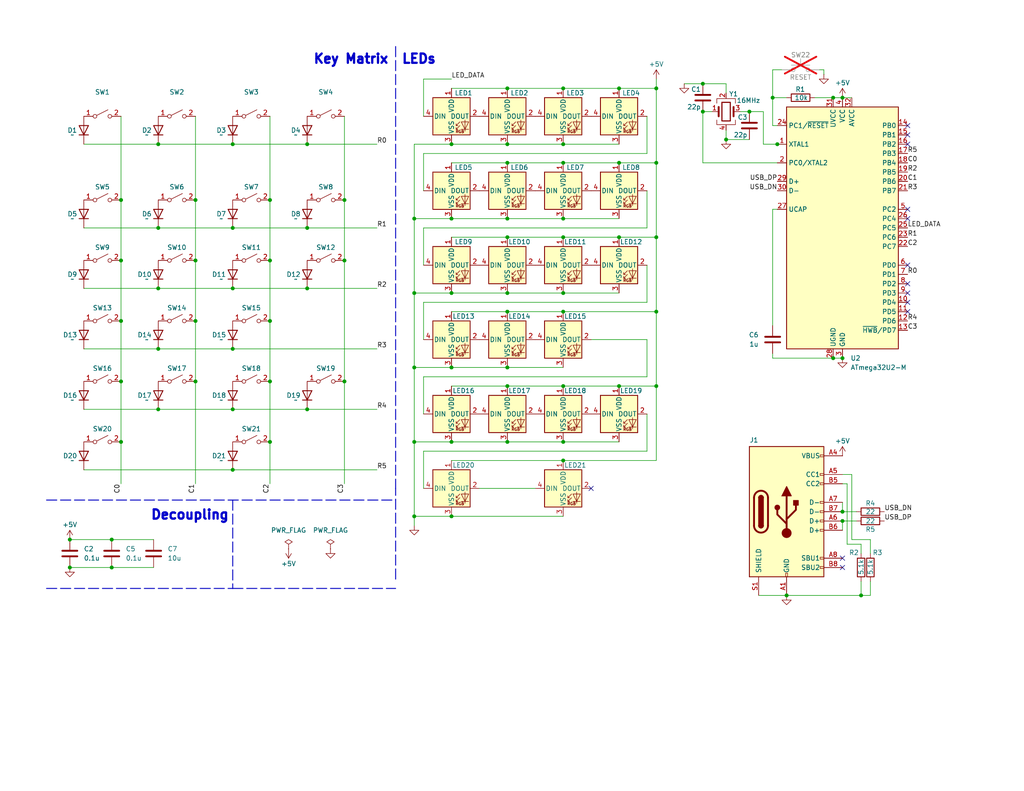
<source format=kicad_sch>
(kicad_sch (version 20231120) (generator "eeschema") (generator_version "8.0")
  (paper "USLetter")
  (title_block (title "KiPad") (date "2024-07-30") (rev "3.1") (company "Mechanical & Electrical Industry Research Labs") (comment 1 "Brian Hong"))
  (junction (at 168.91 44.45))
  (junction (at 53.34 104.14))
  (junction (at 113.03 80.01))
  (junction (at 153.67 64.77))
  (junction (at 30.48 154.94) (diameter 0.9144))
  (junction (at 153.67 125.73))
  (junction (at 153.67 85.09))
  (junction (at 153.67 44.45))
  (junction (at 153.67 120.65))
  (junction (at 53.34 87.63))
  (junction (at 19.05 154.94))
  (junction (at 93.98 104.14))
  (junction (at 234.95 162.56))
  (junction (at 138.43 85.09))
  (junction (at 93.98 71.12))
  (junction (at 168.91 64.77))
  (junction (at 210.82 26.67))
  (junction (at 191.77 22.86))
  (junction (at 179.07 24.13))
  (junction (at 138.43 105.41))
  (junction (at 33.02 120.65))
  (junction (at 123.19 140.97))
  (junction (at 138.43 59.69))
  (junction (at 73.66 71.12))
  (junction (at 73.66 104.14))
  (junction (at 138.43 64.77))
  (junction (at 229.87 142.24))
  (junction (at 83.82 78.74))
  (junction (at 204.47 30.48))
  (junction (at 53.34 54.61))
  (junction (at 83.82 39.37))
  (junction (at 123.19 120.65))
  (junction (at 168.91 24.13))
  (junction (at 153.67 80.01))
  (junction (at 63.5 111.76))
  (junction (at 153.67 59.69))
  (junction (at 227.33 97.79))
  (junction (at 198.12 38.1))
  (junction (at 43.18 111.76))
  (junction (at 179.07 44.45))
  (junction (at 83.82 62.23))
  (junction (at 138.43 44.45))
  (junction (at 212.09 39.37))
  (junction (at 33.02 54.61))
  (junction (at 123.19 100.33))
  (junction (at 113.03 120.65))
  (junction (at 229.87 97.79))
  (junction (at 30.48 147.32) (diameter 0.9144))
  (junction (at 73.66 87.63))
  (junction (at 43.18 78.74))
  (junction (at 19.05 147.32))
  (junction (at 229.87 26.67))
  (junction (at 153.67 105.41))
  (junction (at 153.67 24.13))
  (junction (at 83.82 111.76))
  (junction (at 138.43 24.13))
  (junction (at 138.43 120.65))
  (junction (at 179.07 105.41))
  (junction (at 73.66 120.65))
  (junction (at 43.18 95.25))
  (junction (at 123.19 39.37))
  (junction (at 214.63 162.56))
  (junction (at 191.77 30.48))
  (junction (at 63.5 39.37))
  (junction (at 227.33 26.67))
  (junction (at 229.87 139.7))
  (junction (at 153.67 39.37))
  (junction (at 33.02 104.14))
  (junction (at 179.07 85.09))
  (junction (at 123.19 59.69))
  (junction (at 138.43 100.33))
  (junction (at 113.03 59.69))
  (junction (at 138.43 80.01))
  (junction (at 179.07 64.77))
  (junction (at 53.34 71.12))
  (junction (at 43.18 62.23))
  (junction (at 138.43 39.37))
  (junction (at 63.5 62.23))
  (junction (at 63.5 78.74))
  (junction (at 43.18 39.37))
  (junction (at 93.98 54.61))
  (junction (at 73.66 54.61))
  (junction (at 33.02 87.63))
  (junction (at 168.91 105.41))
  (junction (at 113.03 100.33))
  (junction (at 63.5 128.27))
  (junction (at 113.03 140.97))
  (junction (at 123.19 80.01))
  (junction (at 33.02 71.12))
  (junction (at 63.5 95.25))
  (no_connect (at 247.65 36.83))
  (no_connect (at 247.65 77.47))
  (no_connect (at 229.87 152.4))
  (no_connect (at 247.65 82.55))
  (no_connect (at 247.65 85.09))
  (no_connect (at 247.65 39.37))
  (no_connect (at 247.65 34.29))
  (no_connect (at 247.65 80.01))
  (no_connect (at 247.65 59.69))
  (no_connect (at 247.65 72.39))
  (no_connect (at 161.29 133.35))
  (no_connect (at 229.87 154.94))
  (no_connect (at 247.65 57.15))
  (wire (pts (xy 83.82 78.74) (xy 102.87 78.74)))
  (wire (pts (xy 63.5 39.37) (xy 83.82 39.37)))
  (wire (pts (xy 176.53 92.71) (xy 176.53 102.87)))
  (wire (pts (xy 176.53 72.39) (xy 176.53 82.55)))
  (wire (pts (xy 115.57 21.59) (xy 123.19 21.59)))
  (wire (pts (xy 73.66 104.14) (xy 73.66 120.65)))
  (wire (pts (xy 210.82 26.67) (xy 210.82 34.29)))
  (wire (pts (xy 179.07 21.59) (xy 179.07 24.13)))
  (wire (pts (xy 153.67 59.69) (xy 138.43 59.69)))
  (wire (pts (xy 138.43 59.69) (xy 123.19 59.69)))
  (wire (pts (xy 138.43 64.77) (xy 153.67 64.77)))
  (wire (pts (xy 63.5 111.76) (xy 83.82 111.76)))
  (wire (pts (xy 231.14 148.59) (xy 231.14 132.08)))
  (wire (pts (xy 212.09 57.15) (xy 210.82 57.15)))
  (polyline (pts (xy 12.7 160.655) (xy 63.5 160.655)) (stroke (width 0.254) (type dash)))
  (wire (pts (xy 207.01 162.56) (xy 214.63 162.56)))
  (wire (pts (xy 30.48 147.32) (xy 41.91 147.32)))
  (wire (pts (xy 123.19 140.97) (xy 153.67 140.97)))
  (wire (pts (xy 229.87 26.67) (xy 232.41 26.67)))
  (wire (pts (xy 138.43 120.65) (xy 123.19 120.65)))
  (wire (pts (xy 234.95 158.75) (xy 234.95 162.56)))
  (wire (pts (xy 168.91 105.41) (xy 179.07 105.41)))
  (wire (pts (xy 113.03 100.33) (xy 113.03 120.65)))
  (wire (pts (xy 176.53 31.75) (xy 176.53 41.91)))
  (wire (pts (xy 168.91 59.69) (xy 153.67 59.69)))
  (wire (pts (xy 73.66 87.63) (xy 73.66 104.14)))
  (wire (pts (xy 53.34 31.75) (xy 53.34 54.61)))
  (wire (pts (xy 43.18 62.23) (xy 63.5 62.23)))
  (wire (pts (xy 186.69 22.86) (xy 191.77 22.86)))
  (wire (pts (xy 93.98 31.75) (xy 93.98 54.61)))
  (wire (pts (xy 198.12 22.86) (xy 198.12 25.4)))
  (wire (pts (xy 153.67 39.37) (xy 138.43 39.37)))
  (wire (pts (xy 210.82 97.79) (xy 227.33 97.79)))
  (wire (pts (xy 22.86 111.76) (xy 43.18 111.76)))
  (wire (pts (xy 191.77 44.45) (xy 212.09 44.45)))
  (wire (pts (xy 123.19 80.01) (xy 113.03 80.01)))
  (wire (pts (xy 113.03 140.97) (xy 123.19 140.97)))
  (wire (pts (xy 93.98 104.14) (xy 93.98 132.08)))
  (wire (pts (xy 210.82 57.15) (xy 210.82 88.9)))
  (wire (pts (xy 237.49 147.32) (xy 232.41 147.32)))
  (wire (pts (xy 179.07 85.09) (xy 179.07 105.41)))
  (wire (pts (xy 63.5 62.23) (xy 83.82 62.23)))
  (wire (pts (xy 123.19 100.33) (xy 113.03 100.33)))
  (wire (pts (xy 123.19 105.41) (xy 138.43 105.41)))
  (wire (pts (xy 33.02 104.14) (xy 33.02 120.65)))
  (wire (pts (xy 198.12 22.86) (xy 191.77 22.86)))
  (wire (pts (xy 237.49 147.32) (xy 237.49 151.13)))
  (wire (pts (xy 43.18 78.74) (xy 63.5 78.74)))
  (wire (pts (xy 123.19 120.65) (xy 113.03 120.65)))
  (wire (pts (xy 22.86 62.23) (xy 43.18 62.23)))
  (wire (pts (xy 138.43 85.09) (xy 153.67 85.09)))
  (wire (pts (xy 93.98 54.61) (xy 93.98 71.12)))
  (wire (pts (xy 224.79 20.32) (xy 224.79 19.05)))
  (wire (pts (xy 115.57 41.91) (xy 115.57 52.07)))
  (wire (pts (xy 138.43 105.41) (xy 153.67 105.41)))
  (wire (pts (xy 63.5 78.74) (xy 83.82 78.74)))
  (wire (pts (xy 231.14 132.08) (xy 229.87 132.08)))
  (wire (pts (xy 176.53 52.07) (xy 176.53 62.23)))
  (wire (pts (xy 153.67 85.09) (xy 179.07 85.09)))
  (wire (pts (xy 214.63 162.56) (xy 234.95 162.56)))
  (wire (pts (xy 229.87 137.16) (xy 229.87 139.7)))
  (wire (pts (xy 113.03 59.69) (xy 113.03 80.01)))
  (wire (pts (xy 43.18 95.25) (xy 63.5 95.25)))
  (wire (pts (xy 153.67 44.45) (xy 168.91 44.45)))
  (wire (pts (xy 161.29 92.71) (xy 176.53 92.71)))
  (wire (pts (xy 229.87 142.24) (xy 229.87 144.78)))
  (polyline (pts (xy 63.5 160.655) (xy 107.95 160.655)) (stroke (width 0.254) (type dash)))
  (wire (pts (xy 138.43 44.45) (xy 153.67 44.45)))
  (wire (pts (xy 19.05 154.94) (xy 30.48 154.94)))
  (wire (pts (xy 113.03 80.01) (xy 113.03 100.33)))
  (wire (pts (xy 43.18 111.76) (xy 63.5 111.76)))
  (wire (pts (xy 179.07 44.45) (xy 179.07 64.77)))
  (wire (pts (xy 229.87 142.24) (xy 233.68 142.24)))
  (wire (pts (xy 93.98 71.12) (xy 93.98 104.14)))
  (wire (pts (xy 22.86 78.74) (xy 43.18 78.74)))
  (wire (pts (xy 53.34 54.61) (xy 53.34 71.12)))
  (wire (pts (xy 113.03 140.97) (xy 113.03 143.51)))
  (wire (pts (xy 138.43 100.33) (xy 123.19 100.33)))
  (wire (pts (xy 43.18 39.37) (xy 63.5 39.37)))
  (wire (pts (xy 176.53 62.23) (xy 115.57 62.23)))
  (wire (pts (xy 53.34 87.63) (xy 53.34 104.14)))
  (polyline (pts (xy 107.95 12.7) (xy 107.95 133.35)) (stroke (width 0.254) (type dash)))
  (wire (pts (xy 73.66 54.61) (xy 73.66 71.12)))
  (wire (pts (xy 224.79 19.05) (xy 223.52 19.05)))
  (wire (pts (xy 213.36 19.05) (xy 210.82 19.05)))
  (wire (pts (xy 33.02 87.63) (xy 33.02 104.14)))
  (wire (pts (xy 123.19 44.45) (xy 138.43 44.45)))
  (wire (pts (xy 234.95 151.13) (xy 234.95 148.59)))
  (wire (pts (xy 237.49 158.75) (xy 237.49 162.56)))
  (wire (pts (xy 53.34 104.14) (xy 53.34 132.08)))
  (wire (pts (xy 176.53 102.87) (xy 115.57 102.87)))
  (wire (pts (xy 73.66 120.65) (xy 73.66 132.08)))
  (wire (pts (xy 115.57 123.19) (xy 176.53 123.19)))
  (wire (pts (xy 153.67 100.33) (xy 138.43 100.33)))
  (wire (pts (xy 237.49 162.56) (xy 234.95 162.56)))
  (wire (pts (xy 153.67 120.65) (xy 138.43 120.65)))
  (wire (pts (xy 83.82 111.76) (xy 102.87 111.76)))
  (wire (pts (xy 115.57 123.19) (xy 115.57 133.35)))
  (wire (pts (xy 123.19 125.73) (xy 153.67 125.73)))
  (wire (pts (xy 153.67 64.77) (xy 168.91 64.77)))
  (wire (pts (xy 115.57 82.55) (xy 115.57 92.71)))
  (wire (pts (xy 123.19 24.13) (xy 138.43 24.13)))
  (polyline (pts (xy 63.5 136.525) (xy 63.5 160.655)) (stroke (width 0.254) (type dash)))
  (wire (pts (xy 22.86 39.37) (xy 43.18 39.37)))
  (wire (pts (xy 179.07 24.13) (xy 179.07 44.45)))
  (wire (pts (xy 176.53 113.03) (xy 176.53 123.19)))
  (wire (pts (xy 115.57 102.87) (xy 115.57 113.03)))
  (wire (pts (xy 191.77 30.48) (xy 191.77 44.45)))
  (wire (pts (xy 123.19 59.69) (xy 113.03 59.69)))
  (wire (pts (xy 179.07 64.77) (xy 179.07 85.09)))
  (wire (pts (xy 198.12 38.1) (xy 204.47 38.1)))
  (wire (pts (xy 33.02 54.61) (xy 33.02 71.12)))
  (wire (pts (xy 138.43 39.37) (xy 123.19 39.37)))
  (wire (pts (xy 22.86 95.25) (xy 43.18 95.25)))
  (wire (pts (xy 123.19 39.37) (xy 113.03 39.37)))
  (wire (pts (xy 227.33 97.79) (xy 229.87 97.79)))
  (polyline (pts (xy 12.7 136.525) (xy 107.95 136.525)) (stroke (width 0.254) (type dash)))
  (wire (pts (xy 63.5 95.25) (xy 102.87 95.25)))
  (wire (pts (xy 168.91 64.77) (xy 179.07 64.77)))
  (wire (pts (xy 53.34 71.12) (xy 53.34 87.63)))
  (wire (pts (xy 33.02 71.12) (xy 33.02 87.63)))
  (wire (pts (xy 210.82 19.05) (xy 210.82 26.67)))
  (wire (pts (xy 19.05 147.32) (xy 30.48 147.32)))
  (wire (pts (xy 115.57 82.55) (xy 176.53 82.55)))
  (wire (pts (xy 138.43 24.13) (xy 153.67 24.13)))
  (wire (pts (xy 208.28 39.37) (xy 212.09 39.37)))
  (wire (pts (xy 113.03 39.37) (xy 113.03 59.69)))
  (wire (pts (xy 115.57 41.91) (xy 176.53 41.91)))
  (wire (pts (xy 179.07 105.41) (xy 179.07 125.73)))
  (wire (pts (xy 138.43 80.01) (xy 123.19 80.01)))
  (wire (pts (xy 208.28 30.48) (xy 208.28 39.37)))
  (wire (pts (xy 83.82 62.23) (xy 102.87 62.23)))
  (wire (pts (xy 168.91 120.65) (xy 153.67 120.65)))
  (wire (pts (xy 210.82 26.67) (xy 214.63 26.67)))
  (wire (pts (xy 130.81 133.35) (xy 146.05 133.35)))
  (wire (pts (xy 113.03 120.65) (xy 113.03 140.97)))
  (wire (pts (xy 210.82 34.29) (xy 212.09 34.29)))
  (wire (pts (xy 73.66 71.12) (xy 73.66 87.63)))
  (wire (pts (xy 168.91 44.45) (xy 179.07 44.45)))
  (wire (pts (xy 153.67 125.73) (xy 179.07 125.73)))
  (wire (pts (xy 191.77 30.48) (xy 194.31 30.48)))
  (wire (pts (xy 153.67 80.01) (xy 138.43 80.01)))
  (wire (pts (xy 168.91 80.01) (xy 153.67 80.01)))
  (wire (pts (xy 123.19 85.09) (xy 138.43 85.09)))
  (wire (pts (xy 63.5 128.27) (xy 102.87 128.27)))
  (wire (pts (xy 30.48 154.94) (xy 41.91 154.94)))
  (wire (pts (xy 115.57 62.23) (xy 115.57 72.39)))
  (wire (pts (xy 201.93 30.48) (xy 204.47 30.48)))
  (wire (pts (xy 229.87 129.54) (xy 232.41 129.54)))
  (wire (pts (xy 22.86 128.27) (xy 63.5 128.27)))
  (wire (pts (xy 234.95 148.59) (xy 231.14 148.59)))
  (wire (pts (xy 123.19 64.77) (xy 138.43 64.77)))
  (wire (pts (xy 73.66 31.75) (xy 73.66 54.61)))
  (wire (pts (xy 232.41 129.54) (xy 232.41 147.32)))
  (wire (pts (xy 222.25 26.67) (xy 227.33 26.67)))
  (wire (pts (xy 115.57 31.75) (xy 115.57 21.59)))
  (wire (pts (xy 198.12 35.56) (xy 198.12 38.1)))
  (wire (pts (xy 208.28 30.48) (xy 204.47 30.48)))
  (wire (pts (xy 168.91 24.13) (xy 179.07 24.13)))
  (wire (pts (xy 210.82 96.52) (xy 210.82 97.79)))
  (wire (pts (xy 227.33 26.67) (xy 229.87 26.67)))
  (wire (pts (xy 33.02 120.65) (xy 33.02 132.08)))
  (wire (pts (xy 214.63 39.37) (xy 212.09 39.37)))
  (wire (pts (xy 33.02 31.75) (xy 33.02 54.61)))
  (wire (pts (xy 168.91 39.37) (xy 153.67 39.37)))
  (wire (pts (xy 153.67 24.13) (xy 168.91 24.13)))
  (polyline (pts (xy 107.95 158.115) (xy 107.95 133.35)) (stroke (width 0.254) (type dash)))
  (wire (pts (xy 153.67 105.41) (xy 168.91 105.41)))
  (wire (pts (xy 83.82 39.37) (xy 102.87 39.37)))
  (wire (pts (xy 229.87 139.7) (xy 233.68 139.7)))
  (text "Key Matrix" (at 95.758 16.256 0) (effects (font (size 2.54 2.54) (thickness 0.6096) (bold yes))))
  (text "LEDs" (at 114.3 16.256 0) (effects (font (size 2.54 2.54) (thickness 0.6096) (bold yes))))
  (text "Decoupling" (at 51.816 140.716 0) (effects (font (size 2.54 2.54) (thickness 0.6096) (bold yes))))
  (label "C2" (at 247.65 67.31 0))
  (label "R3" (at 102.87 95.25 0))
  (label "USB_DN" (at 241.3 139.7 0))
  (label "USB_DN" (at 212.09 52.07 180))
  (label "R0" (at 102.87 39.37 0))
  (label "C3" (at 93.98 132.08 270))
  (label "R4" (at 247.65 87.63 0))
  (label "R2" (at 102.87 78.74 0))
  (label "R5" (at 247.65 41.91 0))
  (label "R1" (at 247.65 64.77 0))
  (label "C1" (at 53.34 132.08 270))
  (label "C2" (at 73.66 132.08 270))
  (label "C0" (at 33.02 132.08 270))
  (label "R5" (at 102.87 128.27 0))
  (label "C3" (at 247.65 90.17 0))
  (label "LED_DATA" (at 247.65 62.23 0))
  (label "R4" (at 102.87 111.76 0))
  (label "LED_DATA" (at 123.19 21.59 0))
  (label "USB_DP" (at 241.3 142.24 0))
  (label "R0" (at 247.65 74.93 0))
  (label "USB_DP" (at 212.09 49.53 180))
  (label "C0" (at 247.65 44.45 0))
  (label "R3" (at 247.65 52.07 0))
  (label "R2" (at 247.65 46.99 0))
  (label "C1" (at 247.65 49.53 0))
  (label "R1" (at 102.87 62.23 0))
  (symbol (lib_id "Device:D") (at 43.18 74.93 270) (mirror x) (unit 1)
    (property "Reference" "D10" (at 41.402 74.93 90) (effects (justify right)))
    (property "Value" "~" (at 40.64 76.1999 90) (effects (justify right)))
    (property "Footprint" "Diode_SMD:D_MiniMELF" (effects (hide yes)))
    (property "Description" "Diode" (effects (hide yes)))
    (property "Sim.Device" "D" (effects (hide yes)))
    (property "Sim.Pins" "1=K 2=A" (effects (hide yes)))
    (property "DIGIKEY" "FDLL4148TR-ND" (effects (hide yes)))
  )
  (symbol (lib_id "power:+5V") (at 78.74 149.86 180) (unit 1)
    (property "Reference" "#PWR04" (effects (hide yes)))
    (property "Value" "+5V" (at 78.74 153.924 0))
    (property "Description" "Power symbol creates a global label with name \"+5V\"" (effects (hide yes)))
  )
  (symbol (lib_id "Custom:SK6812MINI-E") (at 168.91 31.75 0) (unit 1)
    (property "Reference" "LED4" (at 172.212 25.4 0))
    (property "Value" "SK6812MINI" (effects (hide yes)))
    (property "Footprint" "Custom:LED_SK6812MINI-E_PLCC4_3.2x2.8mm_P1.75mm" (effects (hide yes)))
    (property "Datasheet" "https://cdn-shop.adafruit.com/product-files/2686/SK6812MINI_REV.01-1-2.pdf" (effects (hide yes)))
    (property "Description" "RGB LED with integrated controller" (effects (hide yes)))
    (property "DIGIKEY" "1528-4960-ND" (effects (hide yes)))
  )
  (symbol (lib_id "Switch:SW_SPST") (at 27.94 87.63 0) (unit 1)
    (property "Reference" "SW13" (at 27.94 84.074 0))
    (property "Value" "SW_4" (effects (hide yes)))
    (property "Footprint" "MX_Hotswap:MX-Hotswap-1U" (effects (hide yes)))
    (property "Description" "Single Pole Single Throw (SPST) switch" (effects (hide yes)))
  )
  (symbol (lib_id "Switch:SW_SPST") (at 68.58 87.63 0) (unit 1)
    (property "Reference" "SW15" (at 68.58 84.074 0))
    (property "Value" "SW_6" (effects (hide yes)))
    (property "Footprint" "MX_Hotswap:MX-Hotswap-1U" (effects (hide yes)))
    (property "Description" "Single Pole Single Throw (SPST) switch" (effects (hide yes)))
  )
  (symbol (lib_id "Device:C") (at 210.82 92.71 0) (mirror y) (unit 1)
    (property "Reference" "C6" (at 207.01 91.44 0) (effects (justify left)))
    (property "Value" "1u" (at 207.01 93.98 0) (effects (justify left)))
    (property "Footprint" "Capacitor_SMD:C_0603_1608Metric" (effects (hide yes)))
    (property "DIGIKEY" "311-1446-1-ND" (effects (hide yes)))
  )
  (symbol (lib_id "power:GND") (at 90.17 149.86 0) (unit 1)
    (property "Reference" "#PWR021" (effects (hide yes)))
    (property "Value" "GND" (effects (hide yes)))
  )
  (symbol (lib_id "Switch:SW_SPST") (at 48.26 87.63 0) (unit 1)
    (property "Reference" "SW14" (at 48.26 84.074 0))
    (property "Value" "SW_5" (effects (hide yes)))
    (property "Footprint" "MX_Hotswap:MX-Hotswap-1U" (effects (hide yes)))
    (property "Description" "Single Pole Single Throw (SPST) switch" (effects (hide yes)))
  )
  (symbol (lib_id "Device:D") (at 22.86 35.56 270) (mirror x) (unit 1)
    (property "Reference" "D1" (at 21.082 35.56 90) (effects (justify right)))
    (property "Value" "~" (at 20.32 36.8299 90) (effects (justify right)))
    (property "Footprint" "Diode_SMD:D_MiniMELF" (effects (hide yes)))
    (property "Description" "Diode" (effects (hide yes)))
    (property "Sim.Device" "D" (effects (hide yes)))
    (property "Sim.Pins" "1=K 2=A" (effects (hide yes)))
    (property "DIGIKEY" "FDLL4148TR-ND" (effects (hide yes)))
  )
  (symbol (lib_id "Custom:SK6812MINI-E") (at 138.43 92.71 0) (unit 1)
    (property "Reference" "LED14" (at 141.732 86.36 0))
    (property "Value" "SK6812MINI" (effects (hide yes)))
    (property "Footprint" "Custom:LED_SK6812MINI-E_PLCC4_3.2x2.8mm_P1.75mm" (effects (hide yes)))
    (property "Datasheet" "https://cdn-shop.adafruit.com/product-files/2686/SK6812MINI_REV.01-1-2.pdf" (effects (hide yes)))
    (property "Description" "RGB LED with integrated controller" (effects (hide yes)))
    (property "DIGIKEY" "1528-4960-ND" (effects (hide yes)))
  )
  (symbol (lib_id "power:+5V") (at 179.07 21.59 0) (unit 1)
    (property "Reference" "#PWR05" (effects (hide yes)))
    (property "Value" "+5V" (at 179.07 17.526 0))
    (property "Description" "Power symbol creates a global label with name \"+5V\"" (effects (hide yes)))
  )
  (symbol (lib_id "Switch:SW_SPST") (at 68.58 71.12 0) (unit 1)
    (property "Reference" "SW11" (at 68.58 67.564 0))
    (property "Value" "SW_9" (effects (hide yes)))
    (property "Footprint" "MX_Hotswap:MX-Hotswap-1U" (effects (hide yes)))
    (property "Description" "Single Pole Single Throw (SPST) switch" (effects (hide yes)))
  )
  (symbol (lib_id "Custom:SK6812MINI-E") (at 138.43 113.03 0) (unit 1)
    (property "Reference" "LED17" (at 141.732 106.68 0))
    (property "Value" "SK6812MINI" (effects (hide yes)))
    (property "Footprint" "Custom:LED_SK6812MINI-E_PLCC4_3.2x2.8mm_P1.75mm" (effects (hide yes)))
    (property "Datasheet" "https://cdn-shop.adafruit.com/product-files/2686/SK6812MINI_REV.01-1-2.pdf" (effects (hide yes)))
    (property "Description" "RGB LED with integrated controller" (effects (hide yes)))
    (property "DIGIKEY" "1528-4960-ND" (effects (hide yes)))
  )
  (symbol (lib_id "Custom:SK6812MINI-E") (at 138.43 52.07 0) (unit 1)
    (property "Reference" "LED6" (at 141.732 45.72 0))
    (property "Value" "SK6812MINI" (effects (hide yes)))
    (property "Footprint" "Custom:LED_SK6812MINI-E_PLCC4_3.2x2.8mm_P1.75mm" (effects (hide yes)))
    (property "Datasheet" "https://cdn-shop.adafruit.com/product-files/2686/SK6812MINI_REV.01-1-2.pdf" (effects (hide yes)))
    (property "Description" "RGB LED with integrated controller" (effects (hide yes)))
    (property "DIGIKEY" "1528-4960-ND" (effects (hide yes)))
  )
  (symbol (lib_id "Device:D") (at 63.5 91.44 270) (mirror x) (unit 1)
    (property "Reference" "D15" (at 61.722 91.44 90) (effects (justify right)))
    (property "Value" "~" (at 60.96 92.7099 90) (effects (justify right)))
    (property "Footprint" "Diode_SMD:D_MiniMELF" (effects (hide yes)))
    (property "Description" "Diode" (effects (hide yes)))
    (property "Sim.Device" "D" (effects (hide yes)))
    (property "Sim.Pins" "1=K 2=A" (effects (hide yes)))
    (property "DIGIKEY" "FDLL4148TR-ND" (effects (hide yes)))
  )
  (symbol (lib_id "Switch:SW_SPST") (at 68.58 120.65 0) (unit 1)
    (property "Reference" "SW21" (at 68.58 117.094 0))
    (property "Value" "SW_DOT" (effects (hide yes)))
    (property "Footprint" "MX_Hotswap:MX-Hotswap-1U" (effects (hide yes)))
    (property "Description" "Single Pole Single Throw (SPST) switch" (effects (hide yes)))
  )
  (symbol (lib_id "Device:D") (at 22.86 58.42 270) (mirror x) (unit 1)
    (property "Reference" "D5" (at 21.082 58.42 90) (effects (justify right)))
    (property "Value" "~" (at 20.32 59.6899 90) (effects (justify right)))
    (property "Footprint" "Diode_SMD:D_MiniMELF" (effects (hide yes)))
    (property "Description" "Diode" (effects (hide yes)))
    (property "Sim.Device" "D" (effects (hide yes)))
    (property "Sim.Pins" "1=K 2=A" (effects (hide yes)))
    (property "DIGIKEY" "FDLL4148TR-ND" (effects (hide yes)))
  )
  (symbol (lib_id "Switch:SW_SPST") (at 27.94 31.75 0) (unit 1)
    (property "Reference" "SW1" (at 27.94 25.146 0))
    (property "Value" "SW_A" (effects (hide yes)))
    (property "Footprint" "MX_Hotswap:MX-Hotswap-1U" (effects (hide yes)))
    (property "Description" "Single Pole Single Throw (SPST) switch" (effects (hide yes)))
  )
  (symbol (lib_id "Custom:SK6812MINI-E") (at 138.43 31.75 0) (unit 1)
    (property "Reference" "LED2" (at 141.732 25.4 0))
    (property "Value" "SK6812MINI" (effects (hide yes)))
    (property "Footprint" "Custom:LED_SK6812MINI-E_PLCC4_3.2x2.8mm_P1.75mm" (effects (hide yes)))
    (property "Datasheet" "https://cdn-shop.adafruit.com/product-files/2686/SK6812MINI_REV.01-1-2.pdf" (effects (hide yes)))
    (property "Description" "RGB LED with integrated controller" (effects (hide yes)))
    (property "DIGIKEY" "1528-4960-ND" (effects (hide yes)))
  )
  (symbol (lib_id "Switch:SW_SPST") (at 88.9 71.12 0) (unit 1)
    (property "Reference" "SW12" (at 88.9 67.564 0))
    (property "Value" "SW_ADD" (effects (hide yes)))
    (property "Footprint" "MX_Hotswap:MX-Hotswap-2U-Vertical" (effects (hide yes)))
    (property "Description" "Single Pole Single Throw (SPST) switch" (effects (hide yes)))
  )
  (symbol (lib_id "power:GND") (at 214.63 162.56 0) (unit 1)
    (property "Reference" "#PWR07" (effects (hide yes)))
    (property "Value" "GND" (effects (hide yes)))
  )
  (symbol (lib_id "Device:R") (at 218.44 26.67 270) (unit 1)
    (property "Reference" "R1" (at 219.71 24.384 90) (effects (justify right)))
    (property "Value" "10k" (at 220.472 26.67 90) (effects (justify right)))
    (property "Footprint" "Resistor_SMD:R_0402_1005Metric" (effects (hide yes)))
    (property "Description" "Resistor" (effects (hide yes)))
    (property "DIGIKEY" "311-10KJRCT-ND" (effects (hide yes)))
  )
  (symbol (lib_id "Switch:SW_SPST") (at 27.94 120.65 0) (unit 1)
    (property "Reference" "SW20" (at 27.94 117.094 0))
    (property "Value" "SW_0" (effects (hide yes)))
    (property "Footprint" "MX_Hotswap:MX-Hotswap-2U-ReversedStabilizers" (effects (hide yes)))
    (property "Description" "Single Pole Single Throw (SPST) switch" (effects (hide yes)))
  )
  (symbol (lib_id "Device:C") (at 41.91 151.13 0) (unit 1)
    (property "Reference" "C7" (at 45.72 149.86 0) (effects (justify left)))
    (property "Value" "10u" (at 45.72 152.4 0) (effects (justify left)))
    (property "Footprint" "Capacitor_SMD:C_0805_2012Metric" (effects (hide yes)))
    (property "DIGIKEY" "587-1300-1-ND" (effects (hide yes)))
  )
  (symbol (lib_id "Custom:SK6812MINI-E") (at 123.19 31.75 0) (unit 1)
    (property "Reference" "LED1" (at 126.492 25.4 0))
    (property "Value" "SK6812MINI" (effects (hide yes)))
    (property "Footprint" "Custom:LED_SK6812MINI-E_PLCC4_3.2x2.8mm_P1.75mm" (effects (hide yes)))
    (property "Datasheet" "https://cdn-shop.adafruit.com/product-files/2686/SK6812MINI_REV.01-1-2.pdf" (effects (hide yes)))
    (property "Description" "RGB LED with integrated controller" (effects (hide yes)))
    (property "DIGIKEY" "1528-4960-ND" (effects (hide yes)))
  )
  (symbol (lib_id "Switch:SW_SPST") (at 88.9 31.75 0) (unit 1)
    (property "Reference" "SW4" (at 88.9 25.146 0))
    (property "Value" "SW_D" (effects (hide yes)))
    (property "Footprint" "MX_Hotswap:MX-Hotswap-1U" (effects (hide yes)))
    (property "Description" "Single Pole Single Throw (SPST) switch" (effects (hide yes)))
  )
  (symbol (lib_id "Custom:SK6812MINI-E") (at 138.43 72.39 0) (unit 1)
    (property "Reference" "LED10" (at 141.732 66.04 0))
    (property "Value" "SK6812MINI" (effects (hide yes)))
    (property "Footprint" "Custom:LED_SK6812MINI-E_PLCC4_3.2x2.8mm_P1.75mm" (effects (hide yes)))
    (property "Datasheet" "https://cdn-shop.adafruit.com/product-files/2686/SK6812MINI_REV.01-1-2.pdf" (effects (hide yes)))
    (property "Description" "RGB LED with integrated controller" (effects (hide yes)))
    (property "DIGIKEY" "1528-4960-ND" (effects (hide yes)))
  )
  (symbol (lib_id "Device:D") (at 63.5 74.93 270) (mirror x) (unit 1)
    (property "Reference" "D11" (at 61.722 74.93 90) (effects (justify right)))
    (property "Value" "~" (at 60.96 76.1999 90) (effects (justify right)))
    (property "Footprint" "Diode_SMD:D_MiniMELF" (effects (hide yes)))
    (property "Description" "Diode" (effects (hide yes)))
    (property "Sim.Device" "D" (effects (hide yes)))
    (property "Sim.Pins" "1=K 2=A" (effects (hide yes)))
    (property "DIGIKEY" "FDLL4148TR-ND" (effects (hide yes)))
  )
  (symbol (lib_id "Device:D") (at 22.86 74.93 270) (mirror x) (unit 1)
    (property "Reference" "D9" (at 21.082 74.93 90) (effects (justify right)))
    (property "Value" "~" (at 20.32 76.1999 90) (effects (justify right)))
    (property "Footprint" "Diode_SMD:D_MiniMELF" (effects (hide yes)))
    (property "Description" "Diode" (effects (hide yes)))
    (property "Sim.Device" "D" (effects (hide yes)))
    (property "Sim.Pins" "1=K 2=A" (effects (hide yes)))
    (property "DIGIKEY" "FDLL4148TR-ND" (effects (hide yes)))
  )
  (symbol (lib_id "Device:C") (at 204.47 34.29 0) (mirror y) (unit 1)
    (property "Reference" "C3" (at 203.962 32.004 0) (effects (justify left)))
    (property "Value" "22p" (at 203.962 36.83 0) (effects (justify left)))
    (property "Footprint" "Capacitor_SMD:C_0402_1005Metric" (effects (hide yes)))
    (property "Description" "Unpolarized capacitor" (effects (hide yes)))
    (property "DIGIKEY" "490-9648-1-ND" (effects (hide yes)))
  )
  (symbol (lib_id "Device:D") (at 63.5 35.56 270) (mirror x) (unit 1)
    (property "Reference" "D3" (at 61.722 35.56 90) (effects (justify right)))
    (property "Value" "~" (at 60.96 36.8299 90) (effects (justify right)))
    (property "Footprint" "Diode_SMD:D_MiniMELF" (effects (hide yes)))
    (property "Description" "Diode" (effects (hide yes)))
    (property "Sim.Device" "D" (effects (hide yes)))
    (property "Sim.Pins" "1=K 2=A" (effects (hide yes)))
    (property "DIGIKEY" "FDLL4148TR-ND" (effects (hide yes)))
  )
  (symbol (lib_id "Device:D") (at 63.5 124.46 270) (mirror x) (unit 1)
    (property "Reference" "D21" (at 61.722 124.46 90) (effects (justify right)))
    (property "Value" "~" (at 60.96 125.7299 90) (effects (justify right)))
    (property "Footprint" "Diode_SMD:D_MiniMELF" (effects (hide yes)))
    (property "Description" "Diode" (effects (hide yes)))
    (property "Sim.Device" "D" (effects (hide yes)))
    (property "Sim.Pins" "1=K 2=A" (effects (hide yes)))
    (property "DIGIKEY" "FDLL4148TR-ND" (effects (hide yes)))
  )
  (symbol (lib_id "Connector:USB_C_Receptacle_USB2.0_16P") (at 214.63 139.7 0) (unit 1)
    (property "Reference" "J1" (at 205.74 120.142 0))
    (property "Value" "USB_C_Receptacle_USB2.0_14P" (effects (hide yes)))
    (property "Footprint" "Connector_USB:USB_C_Receptacle_GCT_USB4105-xx-A_16P_TopMnt_Horizontal" (effects (hide yes)))
    (property "Datasheet" "https://www.usb.org/sites/default/files/documents/usb_type-c.zip" (effects (hide yes)))
    (property "Description" "USB 2.0-only 16P Type-C Receptacle connector" (effects (hide yes)))
    (property "DIGIKEY" "2073-USB4105-GF-ACT-ND" (effects (hide yes)))
  )
  (symbol (lib_id "power:GND") (at 224.79 20.32 0) (unit 1)
    (property "Reference" "#PWR011" (effects (hide yes)))
    (property "Value" "GND" (effects (hide yes)))
  )
  (symbol (lib_id "power:GND") (at 19.05 154.94 0) (unit 1)
    (property "Reference" "#PWR016" (effects (hide yes)))
    (property "Value" "GND" (effects (hide yes)))
  )
  (symbol (lib_id "Custom:SK6812MINI-E") (at 153.67 31.75 0) (unit 1)
    (property "Reference" "LED3" (at 156.972 25.4 0))
    (property "Value" "SK6812MINI" (effects (hide yes)))
    (property "Footprint" "Custom:LED_SK6812MINI-E_PLCC4_3.2x2.8mm_P1.75mm" (effects (hide yes)))
    (property "Datasheet" "https://cdn-shop.adafruit.com/product-files/2686/SK6812MINI_REV.01-1-2.pdf" (effects (hide yes)))
    (property "Description" "RGB LED with integrated controller" (effects (hide yes)))
    (property "DIGIKEY" "1528-4960-ND" (effects (hide yes)))
  )
  (symbol (lib_id "MCU_Microchip_ATmega:ATmega32U2-M") (at 229.87 62.23 0) (unit 1)
    (property "Reference" "U2" (at 232.0641 97.79 0) (effects (justify left)))
    (property "Value" "ATmega32U2-M" (at 232.0641 100.33 0) (effects (justify left)))
    (property "Footprint" "Package_DFN_QFN:QFN-32-1EP_5x5mm_P0.5mm_EP3.1x3.1mm" (effects (hide yes)))
    (property "Datasheet" "http://ww1.microchip.com/downloads/en/DeviceDoc/doc7799.pdf" (effects (hide yes)))
    (property "Description" "16MHz, 32kB Flash, 1kB SRAM, 1kB EEPROM, QFN-32" (effects (hide yes)))
    (property "DIGIKEY" "ATMEGA32U2-MURCT-ND" (effects (hide yes)))
  )
  (symbol (lib_id "Switch:SW_SPST") (at 88.9 104.14 0) (unit 1)
    (property "Reference" "SW19" (at 88.9 100.584 0))
    (property "Value" "SW_ENTER" (effects (hide yes)))
    (property "Footprint" "MX_Hotswap:MX-Hotswap-2U-Vertical" (effects (hide yes)))
    (property "Description" "Single Pole Single Throw (SPST) switch" (effects (hide yes)))
  )
  (symbol (lib_id "Device:R") (at 237.49 139.7 90) (unit 1)
    (property "Reference" "R4" (at 237.49 137.414 90))
    (property "Value" "22" (at 237.49 139.7 90))
    (property "Footprint" "Resistor_SMD:R_0402_1005Metric" (effects (hide yes)))
    (property "Description" "Resistor" (effects (hide yes)))
    (property "DIGIKEY" "311-22.0LRCT-ND" (effects (hide yes)))
  )
  (symbol (lib_id "Device:R") (at 237.49 142.24 90) (mirror x) (unit 1)
    (property "Reference" "R5" (at 237.49 144.526 90))
    (property "Value" "22" (at 237.49 142.24 90))
    (property "Footprint" "Resistor_SMD:R_0402_1005Metric" (effects (hide yes)))
    (property "Description" "Resistor" (effects (hide yes)))
    (property "DIGIKEY" "311-22.0LRCT-ND" (effects (hide yes)))
  )
  (symbol (lib_id "power:+5V") (at 19.05 147.32 0) (unit 1)
    (property "Reference" "#PWR02" (effects (hide yes)))
    (property "Value" "+5V" (at 19.05 143.256 0))
    (property "Description" "Power symbol creates a global label with name \"+5V\"" (effects (hide yes)))
  )
  (symbol (lib_id "power:GND") (at 113.03 143.51 0) (unit 1)
    (property "Reference" "#PWR03" (effects (hide yes)))
    (property "Value" "GND" (effects (hide yes)))
  )
  (symbol (lib_id "Switch:SW_Push") (at 218.44 19.05 0) (unit 1) (dnp yes)
    (property "Reference" "SW22" (at 218.44 14.986 0))
    (property "Value" "RESET" (at 218.44 21.082 0))
    (property "Footprint" "Resistor_SMD:R_0402_1005Metric_Pad0.72x0.64mm_HandSolder" (effects (hide yes)))
    (property "Description" "Push button switch, generic, two pins" (effects (hide yes)))
  )
  (symbol (lib_id "Switch:SW_SPST") (at 68.58 31.75 0) (unit 1)
    (property "Reference" "SW3" (at 68.58 25.146 0))
    (property "Value" "SW_C" (effects (hide yes)))
    (property "Footprint" "MX_Hotswap:MX-Hotswap-1U" (effects (hide yes)))
    (property "Description" "Single Pole Single Throw (SPST) switch" (effects (hide yes)))
  )
  (symbol (lib_id "power:PWR_FLAG") (at 90.17 149.86 0) (unit 1)
    (property "Reference" "#FLG02" (effects (hide yes)))
    (property "Value" "PWR_FLAG" (at 90.17 144.78 0))
    (property "Description" "Special symbol for telling ERC where power comes from" (effects (hide yes)))
  )
  (symbol (lib_id "Custom:SK6812MINI-E") (at 123.19 113.03 0) (unit 1)
    (property "Reference" "LED16" (at 126.492 106.68 0))
    (property "Value" "SK6812MINI" (effects (hide yes)))
    (property "Footprint" "Custom:LED_SK6812MINI-E_PLCC4_3.2x2.8mm_P1.75mm" (effects (hide yes)))
    (property "Datasheet" "https://cdn-shop.adafruit.com/product-files/2686/SK6812MINI_REV.01-1-2.pdf" (effects (hide yes)))
    (property "Description" "RGB LED with integrated controller" (effects (hide yes)))
    (property "DIGIKEY" "1528-4960-ND" (effects (hide yes)))
  )
  (symbol (lib_id "Device:D") (at 83.82 107.95 270) (mirror x) (unit 1)
    (property "Reference" "D19" (at 82.042 107.95 90) (effects (justify right)))
    (property "Value" "~" (at 81.28 109.2199 90) (effects (justify right)))
    (property "Footprint" "Diode_SMD:D_MiniMELF" (effects (hide yes)))
    (property "Description" "Diode" (effects (hide yes)))
    (property "Sim.Device" "D" (effects (hide yes)))
    (property "Sim.Pins" "1=K 2=A" (effects (hide yes)))
    (property "DIGIKEY" "FDLL4148TR-ND" (effects (hide yes)))
  )
  (symbol (lib_id "Switch:SW_SPST") (at 27.94 104.14 0) (unit 1)
    (property "Reference" "SW16" (at 27.94 100.584 0))
    (property "Value" "SW_1" (effects (hide yes)))
    (property "Footprint" "MX_Hotswap:MX-Hotswap-1U" (effects (hide yes)))
    (property "Description" "Single Pole Single Throw (SPST) switch" (effects (hide yes)))
  )
  (symbol (lib_id "Device:D") (at 22.86 107.95 270) (mirror x) (unit 1)
    (property "Reference" "D16" (at 21.082 107.95 90) (effects (justify right)))
    (property "Value" "~" (at 20.32 109.2199 90) (effects (justify right)))
    (property "Footprint" "Diode_SMD:D_MiniMELF" (effects (hide yes)))
    (property "Description" "Diode" (effects (hide yes)))
    (property "Sim.Device" "D" (effects (hide yes)))
    (property "Sim.Pins" "1=K 2=A" (effects (hide yes)))
    (property "DIGIKEY" "FDLL4148TR-ND" (effects (hide yes)))
  )
  (symbol (lib_id "Device:D") (at 43.18 107.95 270) (mirror x) (unit 1)
    (property "Reference" "D17" (at 41.402 107.95 90) (effects (justify right)))
    (property "Value" "~" (at 40.64 109.2199 90) (effects (justify right)))
    (property "Footprint" "Diode_SMD:D_MiniMELF" (effects (hide yes)))
    (property "Description" "Diode" (effects (hide yes)))
    (property "Sim.Device" "D" (effects (hide yes)))
    (property "Sim.Pins" "1=K 2=A" (effects (hide yes)))
    (property "DIGIKEY" "FDLL4148TR-ND" (effects (hide yes)))
  )
  (symbol (lib_id "Device:D") (at 83.82 74.93 270) (mirror x) (unit 1)
    (property "Reference" "D12" (at 82.042 74.93 90) (effects (justify right)))
    (property "Value" "~" (at 81.28 76.1999 90) (effects (justify right)))
    (property "Footprint" "Diode_SMD:D_MiniMELF" (effects (hide yes)))
    (property "Description" "Diode" (effects (hide yes)))
    (property "Sim.Device" "D" (effects (hide yes)))
    (property "Sim.Pins" "1=K 2=A" (effects (hide yes)))
    (property "DIGIKEY" "FDLL4148TR-ND" (effects (hide yes)))
  )
  (symbol (lib_id "Custom:SK6812MINI-E") (at 168.91 72.39 0) (unit 1)
    (property "Reference" "LED12" (at 172.212 66.04 0))
    (property "Value" "SK6812MINI" (effects (hide yes)))
    (property "Footprint" "Custom:LED_SK6812MINI-E_PLCC4_3.2x2.8mm_P1.75mm" (effects (hide yes)))
    (property "Datasheet" "https://cdn-shop.adafruit.com/product-files/2686/SK6812MINI_REV.01-1-2.pdf" (effects (hide yes)))
    (property "Description" "RGB LED with integrated controller" (effects (hide yes)))
    (property "DIGIKEY" "1528-4960-ND" (effects (hide yes)))
  )
  (symbol (lib_id "Device:R") (at 234.95 154.94 0) (unit 1)
    (property "Reference" "R2" (at 231.648 150.876 0) (effects (justify left)))
    (property "Value" "5.1k" (at 234.95 156.972 90) (effects (justify left)))
    (property "Footprint" "Resistor_SMD:R_0402_1005Metric" (effects (hide yes)))
    (property "Description" "Resistor" (effects (hide yes)))
    (property "DIGIKEY" "P5.1KJCT-ND" (effects (hide yes)))
  )
  (symbol (lib_id "Switch:SW_SPST") (at 27.94 54.61 0) (unit 1)
    (property "Reference" "SW5" (at 27.94 51.054 0))
    (property "Value" "SW_NL" (effects (hide yes)))
    (property "Footprint" "MX_Hotswap:MX-Hotswap-1U" (effects (hide yes)))
    (property "Description" "Single Pole Single Throw (SPST) switch" (effects (hide yes)))
  )
  (symbol (lib_id "Switch:SW_SPST") (at 68.58 104.14 0) (unit 1)
    (property "Reference" "SW18" (at 68.58 100.584 0))
    (property "Value" "SW_3" (effects (hide yes)))
    (property "Footprint" "MX_Hotswap:MX-Hotswap-1U" (effects (hide yes)))
    (property "Description" "Single Pole Single Throw (SPST) switch" (effects (hide yes)))
  )
  (symbol (lib_id "Device:D") (at 43.18 91.44 270) (mirror x) (unit 1)
    (property "Reference" "D14" (at 41.402 91.44 90) (effects (justify right)))
    (property "Value" "~" (at 40.64 92.7099 90) (effects (justify right)))
    (property "Footprint" "Diode_SMD:D_MiniMELF" (effects (hide yes)))
    (property "Description" "Diode" (effects (hide yes)))
    (property "Sim.Device" "D" (effects (hide yes)))
    (property "Sim.Pins" "1=K 2=A" (effects (hide yes)))
    (property "DIGIKEY" "FDLL4148TR-ND" (effects (hide yes)))
  )
  (symbol (lib_id "Custom:SK6812MINI-E") (at 123.19 52.07 0) (unit 1)
    (property "Reference" "LED5" (at 126.492 45.72 0))
    (property "Value" "SK6812MINI" (effects (hide yes)))
    (property "Footprint" "Custom:LED_SK6812MINI-E_PLCC4_3.2x2.8mm_P1.75mm" (effects (hide yes)))
    (property "Datasheet" "https://cdn-shop.adafruit.com/product-files/2686/SK6812MINI_REV.01-1-2.pdf" (effects (hide yes)))
    (property "Description" "RGB LED with integrated controller" (effects (hide yes)))
    (property "DIGIKEY" "1528-4960-ND" (effects (hide yes)))
  )
  (symbol (lib_id "Custom:SK6812MINI-E") (at 123.19 72.39 0) (unit 1)
    (property "Reference" "LED9" (at 126.492 66.04 0))
    (property "Value" "SK6812MINI" (effects (hide yes)))
    (property "Footprint" "Custom:LED_SK6812MINI-E_PLCC4_3.2x2.8mm_P1.75mm" (effects (hide yes)))
    (property "Datasheet" "https://cdn-shop.adafruit.com/product-files/2686/SK6812MINI_REV.01-1-2.pdf" (effects (hide yes)))
    (property "Description" "RGB LED with integrated controller" (effects (hide yes)))
    (property "DIGIKEY" "1528-4960-ND" (effects (hide yes)))
  )
  (symbol (lib_id "power:GND") (at 229.87 97.79 0) (unit 1)
    (property "Reference" "#PWR06" (effects (hide yes)))
    (property "Value" "GND" (effects (hide yes)))
  )
  (symbol (lib_id "Switch:SW_SPST") (at 68.58 54.61 0) (unit 1)
    (property "Reference" "SW7" (at 68.58 51.054 0))
    (property "Value" "SW_MUL" (effects (hide yes)))
    (property "Footprint" "MX_Hotswap:MX-Hotswap-1U" (effects (hide yes)))
    (property "Description" "Single Pole Single Throw (SPST) switch" (effects (hide yes)))
  )
  (symbol (lib_id "Switch:SW_SPST") (at 48.26 54.61 0) (unit 1)
    (property "Reference" "SW6" (at 48.26 51.054 0))
    (property "Value" "SW_DIV" (effects (hide yes)))
    (property "Footprint" "MX_Hotswap:MX-Hotswap-1U" (effects (hide yes)))
    (property "Description" "Single Pole Single Throw (SPST) switch" (effects (hide yes)))
  )
  (symbol (lib_id "Device:D") (at 43.18 58.42 270) (mirror x) (unit 1)
    (property "Reference" "D6" (at 41.402 58.42 90) (effects (justify right)))
    (property "Value" "~" (at 40.64 59.6899 90) (effects (justify right)))
    (property "Footprint" "Diode_SMD:D_MiniMELF" (effects (hide yes)))
    (property "Description" "Diode" (effects (hide yes)))
    (property "Sim.Device" "D" (effects (hide yes)))
    (property "Sim.Pins" "1=K 2=A" (effects (hide yes)))
    (property "DIGIKEY" "FDLL4148TR-ND" (effects (hide yes)))
  )
  (symbol (lib_id "power:+5V") (at 229.87 26.67 0) (unit 1)
    (property "Reference" "#PWR01" (effects (hide yes)))
    (property "Value" "+5V" (at 229.87 22.606 0))
    (property "Description" "Power symbol creates a global label with name \"+5V\"" (effects (hide yes)))
  )
  (symbol (lib_id "Switch:SW_SPST") (at 48.26 71.12 0) (unit 1)
    (property "Reference" "SW10" (at 48.26 67.564 0))
    (property "Value" "SW_8" (effects (hide yes)))
    (property "Footprint" "MX_Hotswap:MX-Hotswap-1U" (effects (hide yes)))
    (property "Description" "Single Pole Single Throw (SPST) switch" (effects (hide yes)))
  )
  (symbol (lib_id "Switch:SW_SPST") (at 48.26 31.75 0) (unit 1)
    (property "Reference" "SW2" (at 48.26 25.146 0))
    (property "Value" "SW_B" (effects (hide yes)))
    (property "Footprint" "MX_Hotswap:MX-Hotswap-1U" (effects (hide yes)))
    (property "Description" "Single Pole Single Throw (SPST) switch" (effects (hide yes)))
  )
  (symbol (lib_id "Switch:SW_SPST") (at 48.26 104.14 0) (unit 1)
    (property "Reference" "SW17" (at 48.26 100.584 0))
    (property "Value" "SW_2" (effects (hide yes)))
    (property "Footprint" "MX_Hotswap:MX-Hotswap-1U" (effects (hide yes)))
    (property "Description" "Single Pole Single Throw (SPST) switch" (effects (hide yes)))
  )
  (symbol (lib_id "Device:D") (at 63.5 58.42 270) (mirror x) (unit 1)
    (property "Reference" "D7" (at 61.722 58.42 90) (effects (justify right)))
    (property "Value" "~" (at 60.96 59.6899 90) (effects (justify right)))
    (property "Footprint" "Diode_SMD:D_MiniMELF" (effects (hide yes)))
    (property "Description" "Diode" (effects (hide yes)))
    (property "Sim.Device" "D" (effects (hide yes)))
    (property "Sim.Pins" "1=K 2=A" (effects (hide yes)))
    (property "DIGIKEY" "FDLL4148TR-ND" (effects (hide yes)))
  )
  (symbol (lib_id "Device:D") (at 22.86 91.44 270) (mirror x) (unit 1)
    (property "Reference" "D13" (at 21.082 91.44 90) (effects (justify right)))
    (property "Value" "~" (at 20.32 92.7099 90) (effects (justify right)))
    (property "Footprint" "Diode_SMD:D_MiniMELF" (effects (hide yes)))
    (property "Description" "Diode" (effects (hide yes)))
    (property "Sim.Device" "D" (effects (hide yes)))
    (property "Sim.Pins" "1=K 2=A" (effects (hide yes)))
    (property "DIGIKEY" "FDLL4148TR-ND" (effects (hide yes)))
  )
  (symbol (lib_id "Device:D") (at 22.86 124.46 270) (mirror x) (unit 1)
    (property "Reference" "D20" (at 21.082 124.46 90) (effects (justify right)))
    (property "Value" "~" (at 20.32 125.7299 90) (effects (justify right)))
    (property "Footprint" "Diode_SMD:D_MiniMELF" (effects (hide yes)))
    (property "Description" "Diode" (effects (hide yes)))
    (property "Sim.Device" "D" (effects (hide yes)))
    (property "Sim.Pins" "1=K 2=A" (effects (hide yes)))
    (property "DIGIKEY" "FDLL4148TR-ND" (effects (hide yes)))
  )
  (symbol (lib_id "Device:C") (at 19.05 151.13 0) (unit 1)
    (property "Reference" "C2" (at 22.86 149.86 0) (effects (justify left)))
    (property "Value" "0.1u" (at 22.86 152.4 0) (effects (justify left)))
    (property "Footprint" "Capacitor_SMD:C_0805_2012Metric" (effects (hide yes)))
    (property "DIGIKEY" "478-KGM21NR71H104KTTR-ND" (effects (hide yes)))
  )
  (symbol (lib_id "Device:C") (at 30.48 151.13 0) (unit 1)
    (property "Reference" "C5" (at 34.29 149.86 0) (effects (justify left)))
    (property "Value" "0.1u" (at 34.29 152.4 0) (effects (justify left)))
    (property "Footprint" "Capacitor_SMD:C_0805_2012Metric" (effects (hide yes)))
    (property "DIGIKEY" "478-KGM21NR71H104KTTR-ND" (effects (hide yes)))
  )
  (symbol (lib_id "Device:Crystal_GND24") (at 198.12 30.48 0) (unit 1)
    (property "Reference" "Y1" (at 200.152 25.654 0))
    (property "Value" "16MHz" (at 204.216 27.432 0))
    (property "Footprint" "Crystal:Crystal_SMD_3225-4Pin_3.2x2.5mm" (effects (hide yes)))
    (property "Description" "Four pin crystal, GND on pins 2 and 4" (effects (hide yes)))
    (property "DIGIKEY" "535-14031-1-ND" (effects (hide yes)))
  )
  (symbol (lib_id "Custom:SK6812MINI-E") (at 123.19 133.35 0) (unit 1)
    (property "Reference" "LED20" (at 126.492 127 0))
    (property "Value" "SK6812MINI" (effects (hide yes)))
    (property "Footprint" "Custom:LED_SK6812MINI-E_PLCC4_3.2x2.8mm_P1.75mm" (effects (hide yes)))
    (property "Datasheet" "https://cdn-shop.adafruit.com/product-files/2686/SK6812MINI_REV.01-1-2.pdf" (effects (hide yes)))
    (property "Description" "RGB LED with integrated controller" (effects (hide yes)))
    (property "DIGIKEY" "1528-4960-ND" (effects (hide yes)))
  )
  (symbol (lib_id "Custom:SK6812MINI-E") (at 153.67 52.07 0) (unit 1)
    (property "Reference" "LED7" (at 156.972 45.72 0))
    (property "Value" "SK6812MINI" (effects (hide yes)))
    (property "Footprint" "Custom:LED_SK6812MINI-E_PLCC4_3.2x2.8mm_P1.75mm" (effects (hide yes)))
    (property "Datasheet" "https://cdn-shop.adafruit.com/product-files/2686/SK6812MINI_REV.01-1-2.pdf" (effects (hide yes)))
    (property "Description" "RGB LED with integrated controller" (effects (hide yes)))
    (property "DIGIKEY" "1528-4960-ND" (effects (hide yes)))
  )
  (symbol (lib_id "Custom:SK6812MINI-E") (at 153.67 133.35 0) (unit 1)
    (property "Reference" "LED21" (at 156.972 127 0))
    (property "Value" "SK6812MINI" (effects (hide yes)))
    (property "Footprint" "Custom:LED_SK6812MINI-E_PLCC4_3.2x2.8mm_P1.75mm" (effects (hide yes)))
    (property "Datasheet" "https://cdn-shop.adafruit.com/product-files/2686/SK6812MINI_REV.01-1-2.pdf" (effects (hide yes)))
    (property "Description" "RGB LED with integrated controller" (effects (hide yes)))
    (property "DIGIKEY" "1528-4960-ND" (effects (hide yes)))
  )
  (symbol (lib_id "Custom:SK6812MINI-E") (at 153.67 92.71 0) (unit 1)
    (property "Reference" "LED15" (at 156.972 86.36 0))
    (property "Value" "SK6812MINI" (effects (hide yes)))
    (property "Footprint" "Custom:LED_SK6812MINI-E_PLCC4_3.2x2.8mm_P1.75mm" (effects (hide yes)))
    (property "Datasheet" "https://cdn-shop.adafruit.com/product-files/2686/SK6812MINI_REV.01-1-2.pdf" (effects (hide yes)))
    (property "Description" "RGB LED with integrated controller" (effects (hide yes)))
    (property "DIGIKEY" "1528-4960-ND" (effects (hide yes)))
  )
  (symbol (lib_id "Custom:SK6812MINI-E") (at 153.67 72.39 0) (unit 1)
    (property "Reference" "LED11" (at 156.972 66.04 0))
    (property "Value" "SK6812MINI" (effects (hide yes)))
    (property "Footprint" "Custom:LED_SK6812MINI-E_PLCC4_3.2x2.8mm_P1.75mm" (effects (hide yes)))
    (property "Datasheet" "https://cdn-shop.adafruit.com/product-files/2686/SK6812MINI_REV.01-1-2.pdf" (effects (hide yes)))
    (property "Description" "RGB LED with integrated controller" (effects (hide yes)))
    (property "DIGIKEY" "1528-4960-ND" (effects (hide yes)))
  )
  (symbol (lib_id "Device:D") (at 43.18 35.56 270) (mirror x) (unit 1)
    (property "Reference" "D2" (at 41.402 35.56 90) (effects (justify right)))
    (property "Value" "~" (at 40.64 36.8299 90) (effects (justify right)))
    (property "Footprint" "Diode_SMD:D_MiniMELF" (effects (hide yes)))
    (property "Description" "Diode" (effects (hide yes)))
    (property "Sim.Device" "D" (effects (hide yes)))
    (property "Sim.Pins" "1=K 2=A" (effects (hide yes)))
    (property "DIGIKEY" "FDLL4148TR-ND" (effects (hide yes)))
  )
  (symbol (lib_id "Custom:SK6812MINI-E") (at 123.19 92.71 0) (unit 1)
    (property "Reference" "LED13" (at 126.492 86.36 0))
    (property "Value" "SK6812MINI" (effects (hide yes)))
    (property "Footprint" "Custom:LED_SK6812MINI-E_PLCC4_3.2x2.8mm_P1.75mm" (effects (hide yes)))
    (property "Datasheet" "https://cdn-shop.adafruit.com/product-files/2686/SK6812MINI_REV.01-1-2.pdf" (effects (hide yes)))
    (property "Description" "RGB LED with integrated controller" (effects (hide yes)))
    (property "DIGIKEY" "1528-4960-ND" (effects (hide yes)))
  )
  (symbol (lib_id "Device:D") (at 83.82 35.56 270) (mirror x) (unit 1)
    (property "Reference" "D4" (at 82.042 35.56 90) (effects (justify right)))
    (property "Value" "~" (at 81.28 36.8299 90) (effects (justify right)))
    (property "Footprint" "Diode_SMD:D_MiniMELF" (effects (hide yes)))
    (property "Description" "Diode" (effects (hide yes)))
    (property "Sim.Device" "D" (effects (hide yes)))
    (property "Sim.Pins" "1=K 2=A" (effects (hide yes)))
    (property "DIGIKEY" "FDLL4148TR-ND" (effects (hide yes)))
  )
  (symbol (lib_id "Device:D") (at 63.5 107.95 270) (mirror x) (unit 1)
    (property "Reference" "D18" (at 61.722 107.95 90) (effects (justify right)))
    (property "Value" "~" (at 60.96 109.2199 90) (effects (justify right)))
    (property "Footprint" "Diode_SMD:D_MiniMELF" (effects (hide yes)))
    (property "Description" "Diode" (effects (hide yes)))
    (property "Sim.Device" "D" (effects (hide yes)))
    (property "Sim.Pins" "1=K 2=A" (effects (hide yes)))
    (property "DIGIKEY" "FDLL4148TR-ND" (effects (hide yes)))
  )
  (symbol (lib_id "Custom:SK6812MINI-E") (at 153.67 113.03 0) (unit 1)
    (property "Reference" "LED18" (at 156.972 106.68 0))
    (property "Value" "SK6812MINI" (effects (hide yes)))
    (property "Footprint" "Custom:LED_SK6812MINI-E_PLCC4_3.2x2.8mm_P1.75mm" (effects (hide yes)))
    (property "Datasheet" "https://cdn-shop.adafruit.com/product-files/2686/SK6812MINI_REV.01-1-2.pdf" (effects (hide yes)))
    (property "Description" "RGB LED with integrated controller" (effects (hide yes)))
    (property "DIGIKEY" "1528-4960-ND" (effects (hide yes)))
  )
  (symbol (lib_id "power:+5V") (at 229.87 124.46 0) (unit 1)
    (property "Reference" "#PWR08" (effects (hide yes)))
    (property "Value" "+5V" (at 229.87 120.396 0))
    (property "Description" "Power symbol creates a global label with name \"+5V\"" (effects (hide yes)))
  )
  (symbol (lib_id "Device:R") (at 237.49 154.94 0) (mirror y) (unit 1)
    (property "Reference" "R3" (at 240.792 150.876 0) (effects (justify left)))
    (property "Value" "5.1k" (at 237.49 156.972 90) (effects (justify left)))
    (property "Footprint" "Resistor_SMD:R_0402_1005Metric" (effects (hide yes)))
    (property "Description" "Resistor" (effects (hide yes)))
    (property "DIGIKEY" "P5.1KJCT-ND" (effects (hide yes)))
  )
  (symbol (lib_id "power:PWR_FLAG") (at 78.74 149.86 0) (unit 1)
    (property "Reference" "#FLG01" (effects (hide yes)))
    (property "Value" "PWR_FLAG" (at 78.74 144.78 0))
    (property "Description" "Special symbol for telling ERC where power comes from" (effects (hide yes)))
  )
  (symbol (lib_id "Switch:SW_SPST") (at 27.94 71.12 0) (unit 1)
    (property "Reference" "SW9" (at 27.94 67.564 0))
    (property "Value" "SW_7" (effects (hide yes)))
    (property "Footprint" "MX_Hotswap:MX-Hotswap-1U" (effects (hide yes)))
    (property "Description" "Single Pole Single Throw (SPST) switch" (effects (hide yes)))
  )
  (symbol (lib_id "power:GND") (at 198.12 38.1 0) (unit 1)
    (property "Reference" "#PWR010" (effects (hide yes)))
    (property "Value" "GND" (effects (hide yes)))
  )
  (symbol (lib_id "Device:D") (at 83.82 58.42 270) (mirror x) (unit 1)
    (property "Reference" "D8" (at 82.042 58.42 90) (effects (justify right)))
    (property "Value" "~" (at 81.28 59.6899 90) (effects (justify right)))
    (property "Footprint" "Diode_SMD:D_MiniMELF" (effects (hide yes)))
    (property "Description" "Diode" (effects (hide yes)))
    (property "Sim.Device" "D" (effects (hide yes)))
    (property "Sim.Pins" "1=K 2=A" (effects (hide yes)))
    (property "DIGIKEY" "FDLL4148TR-ND" (effects (hide yes)))
  )
  (symbol (lib_id "Custom:SK6812MINI-E") (at 168.91 113.03 0) (unit 1)
    (property "Reference" "LED19" (at 172.212 106.68 0))
    (property "Value" "SK6812MINI" (effects (hide yes)))
    (property "Footprint" "Custom:LED_SK6812MINI-E_PLCC4_3.2x2.8mm_P1.75mm" (effects (hide yes)))
    (property "Datasheet" "https://cdn-shop.adafruit.com/product-files/2686/SK6812MINI_REV.01-1-2.pdf" (effects (hide yes)))
    (property "Description" "RGB LED with integrated controller" (effects (hide yes)))
    (property "DIGIKEY" "1528-4960-ND" (effects (hide yes)))
  )
  (symbol (lib_id "power:GND") (at 186.69 22.86 0) (unit 1)
    (property "Reference" "#PWR09" (effects (hide yes)))
    (property "Value" "GND" (effects (hide yes)))
  )
  (symbol (lib_id "Custom:SK6812MINI-E") (at 168.91 52.07 0) (unit 1)
    (property "Reference" "LED8" (at 172.212 45.72 0))
    (property "Value" "SK6812MINI" (effects (hide yes)))
    (property "Footprint" "Custom:LED_SK6812MINI-E_PLCC4_3.2x2.8mm_P1.75mm" (effects (hide yes)))
    (property "Datasheet" "https://cdn-shop.adafruit.com/product-files/2686/SK6812MINI_REV.01-1-2.pdf" (effects (hide yes)))
    (property "Description" "RGB LED with integrated controller" (effects (hide yes)))
    (property "DIGIKEY" "1528-4960-ND" (effects (hide yes)))
  )
  (symbol (lib_id "Switch:SW_SPST") (at 88.9 54.61 0) (unit 1)
    (property "Reference" "SW8" (at 88.9 51.054 0))
    (property "Value" "SW_SUB" (effects (hide yes)))
    (property "Footprint" "MX_Hotswap:MX-Hotswap-1U" (effects (hide yes)))
    (property "Description" "Single Pole Single Throw (SPST) switch" (effects (hide yes)))
  )
  (symbol (lib_id "Device:C") (at 191.77 26.67 0) (mirror y) (unit 1)
    (property "Reference" "C1" (at 191.262 24.384 0) (effects (justify left)))
    (property "Value" "22p" (at 191.262 29.21 0) (effects (justify left)))
    (property "Footprint" "Capacitor_SMD:C_0402_1005Metric" (effects (hide yes)))
    (property "Description" "Unpolarized capacitor" (effects (hide yes)))
    (property "DIGIKEY" "490-9648-1-ND" (effects (hide yes)))
  )
)
</source>
